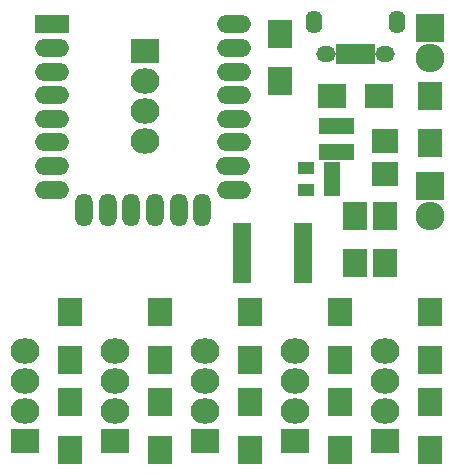
<source format=gts>
%TF.GenerationSoftware,KiCad,Pcbnew,4.0.2+dfsg1-stable*%
%TF.CreationDate,2016-09-15T08:37:13+02:00*%
%TF.ProjectId,esp8266-io-board,657370383236362D696F2D626F617264,rev?*%
%TF.FileFunction,Soldermask,Top*%
%FSLAX46Y46*%
G04 Gerber Fmt 4.6, Leading zero omitted, Abs format (unit mm)*
G04 Created by KiCad (PCBNEW 4.0.2+dfsg1-stable) date Thu Sep 15 08:37:13 2016*
%MOMM*%
G01*
G04 APERTURE LIST*
%ADD10C,0.350000*%
%ADD11R,0.800000X1.750000*%
%ADD12O,1.650000X1.350000*%
%ADD13O,1.400000X1.950000*%
%ADD14R,1.600000X0.800000*%
%ADD15R,2.432000X2.127200*%
%ADD16O,2.432000X2.127200*%
%ADD17R,2.100000X2.400000*%
%ADD18R,2.400000X2.000000*%
%ADD19R,1.460000X1.050000*%
%ADD20R,2.432000X2.432000*%
%ADD21O,2.432000X2.432000*%
%ADD22R,2.000000X2.400000*%
%ADD23R,2.200860X1.997660*%
%ADD24R,1.050000X1.460000*%
%ADD25R,2.900000X1.500000*%
%ADD26O,2.900000X1.500000*%
%ADD27O,1.500000X2.800000*%
G04 APERTURE END LIST*
D10*
D11*
X158779900Y-80302540D03*
X158129900Y-80302540D03*
X157479900Y-80302540D03*
X156829900Y-80302540D03*
X156179900Y-80302540D03*
D12*
X159979900Y-80302540D03*
X154979900Y-80302540D03*
D13*
X160979900Y-77602540D03*
X153979900Y-77602540D03*
D14*
X147899000Y-94919300D03*
X147899000Y-95554300D03*
X147899000Y-96189300D03*
X147899000Y-96824300D03*
X147899000Y-97459300D03*
X147899000Y-98094300D03*
X147899000Y-98729300D03*
X147899000Y-99364300D03*
X153099000Y-99364300D03*
X153099000Y-98729300D03*
X153099000Y-98094300D03*
X153099000Y-97459300D03*
X153099000Y-96824300D03*
X153099000Y-96189300D03*
X153099000Y-95554300D03*
X153099000Y-94919300D03*
D15*
X144780000Y-113030000D03*
D16*
X144780000Y-110490000D03*
X144780000Y-107950000D03*
X144780000Y-105410000D03*
D15*
X137160000Y-113030000D03*
D16*
X137160000Y-110490000D03*
X137160000Y-107950000D03*
X137160000Y-105410000D03*
D15*
X129540000Y-113030000D03*
D16*
X129540000Y-110490000D03*
X129540000Y-107950000D03*
X129540000Y-105410000D03*
D17*
X133350000Y-106140000D03*
X133350000Y-102140000D03*
X133350000Y-109760000D03*
X133350000Y-113760000D03*
D15*
X152400000Y-113030000D03*
D16*
X152400000Y-110490000D03*
X152400000Y-107950000D03*
X152400000Y-105410000D03*
D15*
X160020000Y-113030000D03*
D16*
X160020000Y-110490000D03*
X160020000Y-107950000D03*
X160020000Y-105410000D03*
D17*
X140970000Y-106140000D03*
X140970000Y-102140000D03*
X140970000Y-109760000D03*
X140970000Y-113760000D03*
X148590000Y-106140000D03*
X148590000Y-102140000D03*
X148590000Y-109760000D03*
X148590000Y-113760000D03*
X156210000Y-106140000D03*
X156210000Y-102140000D03*
X156210000Y-109760000D03*
X156210000Y-113760000D03*
X163830000Y-106140000D03*
X163830000Y-102140000D03*
X163830000Y-109760000D03*
X163830000Y-113760000D03*
D18*
X155480000Y-83820000D03*
X159480000Y-83820000D03*
D19*
X155548000Y-91816700D03*
X155548000Y-90866700D03*
X155548000Y-89916700D03*
X153348000Y-89916700D03*
X153348000Y-91816700D03*
D20*
X163830000Y-78105000D03*
D21*
X163830000Y-80645000D03*
D22*
X157480000Y-97980000D03*
X157480000Y-93980000D03*
D23*
X160020000Y-90469760D03*
X160020000Y-87630040D03*
D17*
X160020000Y-97980000D03*
X160020000Y-93980000D03*
D24*
X154940000Y-88560000D03*
X155890000Y-88560000D03*
X156840000Y-88560000D03*
X156840000Y-86360000D03*
X154940000Y-86360000D03*
X155890000Y-86360000D03*
D17*
X151130000Y-78550000D03*
X151130000Y-82550000D03*
X163830000Y-83820000D03*
X163830000Y-87820000D03*
D25*
X131837000Y-77766300D03*
D26*
X131837000Y-79766300D03*
X131837000Y-81766300D03*
X131837000Y-83766300D03*
X131837000Y-85766300D03*
X131837000Y-87766300D03*
X131837000Y-89766300D03*
X131837000Y-91766300D03*
D27*
X134527000Y-93516300D03*
X136527000Y-93516300D03*
X138527000Y-93516300D03*
X140527000Y-93516300D03*
X142527000Y-93516300D03*
X144527000Y-93516300D03*
D26*
X147237000Y-91766300D03*
X147137000Y-89766300D03*
X147237000Y-87766300D03*
X147237000Y-85766300D03*
X147237000Y-83766300D03*
X147237000Y-81766300D03*
X147237000Y-79766300D03*
X147237000Y-77766300D03*
D20*
X163830000Y-91440000D03*
D21*
X163830000Y-93980000D03*
D15*
X139700000Y-80010000D03*
D16*
X139700000Y-82550000D03*
X139700000Y-85090000D03*
X139700000Y-87630000D03*
M02*

</source>
